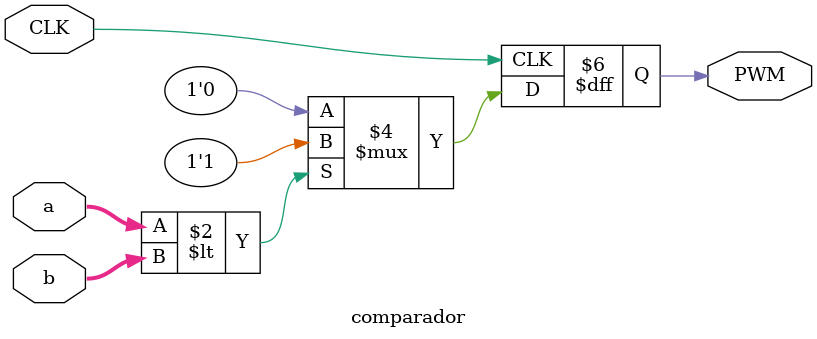
<source format=v>
`timescale 1ns / 1ps
module comparador(
	input CLK,
	input [19:0] a, //Entra del contador
	input [16:0] b, //Ancho de pulso
	output reg PWM
);

//-------------------------------------------------------------------
always @(posedge CLK)
	begin
		if(a<b)
		//Si a esta dentro del ancho de pulso
			PWM <= 1;
		else 
			PWM <= 0; 
			
	end

endmodule

</source>
